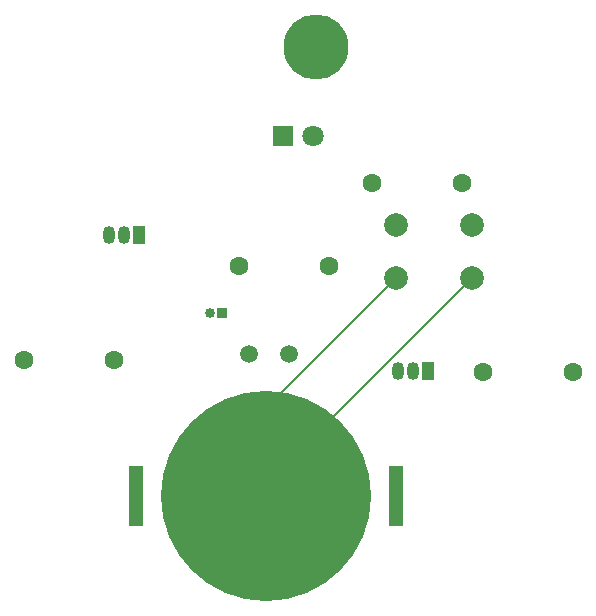
<source format=gbr>
%TF.GenerationSoftware,KiCad,Pcbnew,9.0.2*%
%TF.CreationDate,2025-06-02T01:08:01+08:00*%
%TF.ProjectId,niigo,6e696967-6f2e-46b6-9963-61645f706362,rev?*%
%TF.SameCoordinates,Original*%
%TF.FileFunction,Copper,L2,Bot*%
%TF.FilePolarity,Positive*%
%FSLAX46Y46*%
G04 Gerber Fmt 4.6, Leading zero omitted, Abs format (unit mm)*
G04 Created by KiCad (PCBNEW 9.0.2) date 2025-06-02 01:08:01*
%MOMM*%
%LPD*%
G01*
G04 APERTURE LIST*
%TA.AperFunction,ComponentPad*%
%ADD10C,1.600000*%
%TD*%
%TA.AperFunction,ComponentPad*%
%ADD11R,1.050000X1.500000*%
%TD*%
%TA.AperFunction,ComponentPad*%
%ADD12O,1.050000X1.500000*%
%TD*%
%TA.AperFunction,ComponentPad*%
%ADD13C,2.000000*%
%TD*%
%TA.AperFunction,ComponentPad*%
%ADD14C,1.500000*%
%TD*%
%TA.AperFunction,ComponentPad*%
%ADD15R,0.850000X0.850000*%
%TD*%
%TA.AperFunction,ComponentPad*%
%ADD16C,0.850000*%
%TD*%
%TA.AperFunction,ComponentPad*%
%ADD17R,1.800000X1.800000*%
%TD*%
%TA.AperFunction,ComponentPad*%
%ADD18C,1.800000*%
%TD*%
%TA.AperFunction,SMDPad,CuDef*%
%ADD19R,1.270000X5.080000*%
%TD*%
%TA.AperFunction,SMDPad,CuDef*%
%ADD20C,17.800000*%
%TD*%
%TA.AperFunction,ViaPad*%
%ADD21C,5.500000*%
%TD*%
%TA.AperFunction,Conductor*%
%ADD22C,0.200000*%
%TD*%
G04 APERTURE END LIST*
D10*
%TO.P,R1,2*%
%TO.N,Net-(Q2-B)*%
X244880000Y-70500000D03*
%TO.P,R1,1*%
%TO.N,Net-(R1-Pad1)*%
X252500000Y-70500000D03*
%TD*%
D11*
%TO.P,Q2,1,C*%
%TO.N,Net-(M1-+)*%
X240270000Y-70360000D03*
D12*
%TO.P,Q2,2,B*%
%TO.N,Net-(Q2-B)*%
X239000000Y-70360000D03*
%TO.P,Q2,3,E*%
%TO.N,Net-(Q1-E)*%
X237730000Y-70360000D03*
%TD*%
D10*
%TO.P,R4,2*%
%TO.N,Net-(BT1-+)*%
X206000000Y-69500000D03*
%TO.P,R4,1*%
%TO.N,Net-(M1--)*%
X213620000Y-69500000D03*
%TD*%
D13*
%TO.P,SW1,1,1*%
%TO.N,Net-(Q1-E)*%
X244000000Y-58000000D03*
X237500000Y-58000000D03*
%TO.P,SW1,2,2*%
%TO.N,Net-(BT1--)*%
X244000000Y-62500000D03*
X237500000Y-62500000D03*
%TD*%
D10*
%TO.P,R5,1*%
%TO.N,Net-(R1-Pad1)*%
X231810000Y-61500000D03*
%TO.P,R5,2*%
%TO.N,Net-(Q1-B)*%
X224190000Y-61500000D03*
%TD*%
%TO.P,R3,1*%
%TO.N,Net-(D1-A)*%
X243120000Y-54500000D03*
%TO.P,R3,2*%
%TO.N,Net-(BT1-+)*%
X235500000Y-54500000D03*
%TD*%
D14*
%TO.P,R2,1*%
%TO.N,Net-(BT1-+)*%
X225100000Y-69000000D03*
%TO.P,R2,2*%
%TO.N,Net-(R1-Pad1)*%
X228500000Y-69000000D03*
%TD*%
D11*
%TO.P,Q1,1,C*%
%TO.N,Net-(D1-K)*%
X215770000Y-58860000D03*
D12*
%TO.P,Q1,2,B*%
%TO.N,Net-(Q1-B)*%
X214500000Y-58860000D03*
%TO.P,Q1,3,E*%
%TO.N,Net-(Q1-E)*%
X213230000Y-58860000D03*
%TD*%
D15*
%TO.P,M1,1,+*%
%TO.N,Net-(M1-+)*%
X222800000Y-65500000D03*
D16*
%TO.P,M1,2,-*%
%TO.N,Net-(M1--)*%
X221800000Y-65500000D03*
%TD*%
D17*
%TO.P,D1,1,K*%
%TO.N,Net-(D1-K)*%
X227960000Y-50500000D03*
D18*
%TO.P,D1,2,A*%
%TO.N,Net-(D1-A)*%
X230500000Y-50500000D03*
%TD*%
D19*
%TO.P,BT1,1,+*%
%TO.N,Net-(BT1-+)*%
X237485000Y-81000000D03*
X215515000Y-81000000D03*
D20*
%TO.P,BT1,2,-*%
%TO.N,Net-(BT1--)*%
X226500000Y-81000000D03*
%TD*%
D21*
%TO.N,*%
X230750000Y-43000000D03*
%TD*%
D22*
%TO.N,Net-(BT1--)*%
X226500000Y-81000000D02*
X226500000Y-80000000D01*
X226500000Y-80000000D02*
X244000000Y-62500000D01*
X226500000Y-81000000D02*
X226500000Y-73500000D01*
X226500000Y-73500000D02*
X237500000Y-62500000D01*
%TD*%
M02*

</source>
